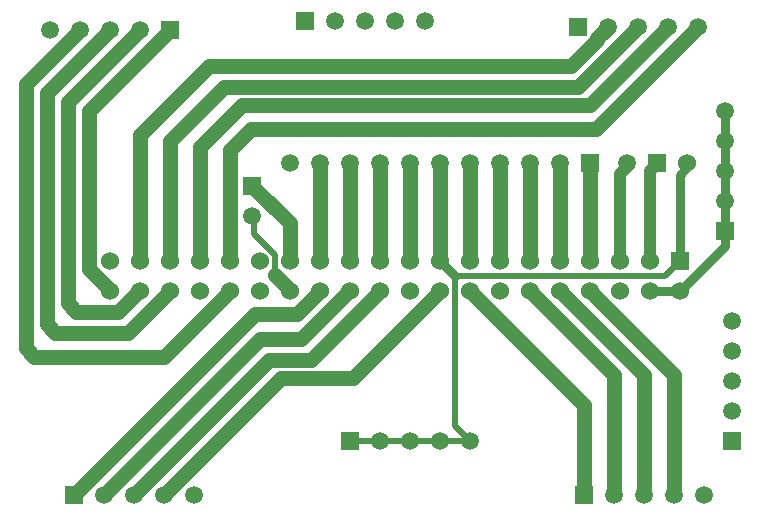
<source format=gtl>
G04*
G04 #@! TF.GenerationSoftware,Altium Limited,Altium Designer,24.3.1 (35)*
G04*
G04 Layer_Physical_Order=1*
G04 Layer_Color=255*
%FSLAX44Y44*%
%MOMM*%
G71*
G04*
G04 #@! TF.SameCoordinates,84ABCF69-F142-4878-B56C-5630D2AD3AC0*
G04*
G04*
G04 #@! TF.FilePolarity,Positive*
G04*
G01*
G75*
%ADD18C,1.2700*%
%ADD19C,0.5080*%
%ADD20C,0.7620*%
%ADD21C,1.0160*%
%ADD22R,1.5000X1.5000*%
%ADD23C,1.5000*%
%ADD24R,1.5000X1.5000*%
%ADD25C,1.5240*%
%ADD26R,1.5240X1.5240*%
D18*
X-563880Y-114300D02*
X-495300Y-45720D01*
X-563880Y-248233D02*
Y-114300D01*
Y-248233D02*
X-546100Y-266013D01*
Y-266700D02*
Y-266013D01*
X-574221Y-284480D02*
X-539167D01*
X-581660Y-277041D02*
X-574221Y-284480D01*
X-581660Y-106680D02*
X-520700Y-45720D01*
X-581660Y-277041D02*
Y-106680D01*
X-599440Y-294820D02*
Y-99060D01*
X-546100Y-45720D01*
X-592001Y-302260D02*
X-530860D01*
X-599440Y-294820D02*
X-592001Y-302260D01*
X-617220Y-315140D02*
Y-91440D01*
Y-315140D02*
X-609781Y-322580D01*
X-500380D01*
X-617220Y-91440D02*
X-571500Y-45720D01*
X-539167Y-284480D02*
X-521387Y-266700D01*
X-520700D01*
X-530860Y-302260D02*
X-495300Y-266700D01*
X-500380Y-322580D02*
X-444500Y-266700D01*
X-576580Y-439420D02*
X-423153Y-285993D01*
X-387593D01*
X-368300Y-266700D01*
X-551180Y-439420D02*
X-419100Y-307340D01*
X-384227D02*
X-343587Y-266700D01*
X-419100Y-307340D02*
X-384227D01*
X-401320Y-340360D02*
X-340360D01*
X-266700Y-266700D01*
X-411480Y-325120D02*
X-375920D01*
X-525780Y-439420D02*
X-411480Y-325120D01*
X-375920D02*
X-317500Y-266700D01*
X-500380Y-439420D02*
X-401320Y-340360D01*
X-343587Y-266700D02*
X-342900D01*
X-68580Y-439420D02*
Y-337820D01*
X-139700Y-266700D02*
X-68580Y-337820D01*
X-165100Y-266700D02*
X-93980Y-337820D01*
Y-439420D02*
Y-337820D01*
X-190500Y-266700D02*
X-119380Y-337820D01*
Y-439420D02*
Y-337820D01*
X-241300Y-266700D02*
X-144780Y-363220D01*
Y-439420D02*
Y-363220D01*
X-426720Y-129540D02*
X-134620D01*
X-48260Y-43180D01*
X-444500Y-147320D02*
X-426720Y-129540D01*
X-155308Y-76200D02*
X-133470Y-54362D01*
X-434340Y-109220D02*
X-139700D01*
X-462280Y-76200D02*
X-155308D01*
X-139700Y-109220D02*
X-73660Y-43180D01*
X-449580Y-93980D02*
X-149860D01*
X-99060Y-43180D01*
X-444500Y-241300D02*
Y-147320D01*
X-133470Y-52812D02*
X-124460Y-43802D01*
X-133470Y-54362D02*
Y-52812D01*
X-469900Y-144780D02*
X-434340Y-109220D01*
X-495300Y-139700D02*
X-449580Y-93980D01*
X-469900Y-241300D02*
Y-144780D01*
X-495300Y-241300D02*
Y-139700D01*
X-124460Y-43802D02*
Y-43180D01*
X-520700Y-134620D02*
X-462280Y-76200D01*
X-520700Y-241300D02*
Y-134620D01*
X-406400Y-253313D02*
X-393700Y-266013D01*
Y-266700D02*
Y-266013D01*
X-425450Y-177800D02*
X-393700Y-209550D01*
Y-241300D02*
Y-209550D01*
X-368300Y-241300D02*
Y-158750D01*
X-342900Y-241300D02*
Y-158750D01*
X-317500Y-241300D02*
Y-158750D01*
X-266700Y-241300D02*
Y-158750D01*
X-292100Y-241300D02*
Y-158750D01*
X-241300Y-241300D02*
Y-158750D01*
X-215900Y-241300D02*
Y-158750D01*
X-190500Y-241300D02*
Y-158750D01*
X-165100Y-241300D02*
Y-158750D01*
X-139700Y-241300D02*
Y-158750D01*
D19*
X-76200Y-254000D02*
X-63500Y-241300D01*
X-254000Y-254000D02*
X-76200D01*
X-266700Y-393700D02*
X-241300D01*
X-342900D02*
X-317500D01*
X-292100D01*
X-266700D01*
X-254000Y-381000D02*
X-241300Y-393700D01*
X-254000Y-381000D02*
Y-254000D01*
X-424119Y-218320D02*
Y-204531D01*
Y-218320D02*
X-406400Y-236040D01*
Y-253313D02*
Y-236040D01*
X-425450Y-203200D02*
X-424119Y-204531D01*
X-406400Y-253313D02*
X-406400Y-253313D01*
D20*
X-266700Y-241300D02*
X-254000Y-254000D01*
X-25400Y-139700D02*
Y-114300D01*
Y-165100D02*
Y-139700D01*
Y-190500D02*
Y-165100D01*
Y-215900D02*
Y-190500D01*
X-63500Y-266700D02*
X-25400Y-228600D01*
Y-215900D01*
X-88900Y-266700D02*
X-63500D01*
X-57150Y-162187D02*
Y-158750D01*
X-63500Y-241300D02*
Y-168537D01*
X-57150Y-162187D01*
D21*
X-114300Y-167784D02*
X-107950Y-161434D01*
X-114300Y-241300D02*
Y-167784D01*
X-107950Y-161434D02*
Y-158750D01*
X-88900Y-241300D02*
Y-165100D01*
X-82550Y-158750D01*
D22*
X-25400Y-215900D02*
D03*
X-425450Y-177800D02*
D03*
X-19050Y-393700D02*
D03*
D23*
X-25400Y-190500D02*
D03*
Y-165100D02*
D03*
Y-139700D02*
D03*
Y-114300D02*
D03*
X-124460Y-43180D02*
D03*
X-99060D02*
D03*
X-73660D02*
D03*
X-48260D02*
D03*
X-596900Y-45720D02*
D03*
X-571500D02*
D03*
X-546100D02*
D03*
X-520700D02*
D03*
X-551180Y-439420D02*
D03*
X-525780D02*
D03*
X-500380D02*
D03*
X-474980D02*
D03*
X-43180D02*
D03*
X-68580D02*
D03*
X-93980D02*
D03*
X-119380D02*
D03*
X-425450Y-203200D02*
D03*
X-393700Y-158750D02*
D03*
X-368300D02*
D03*
X-342900D02*
D03*
X-317500D02*
D03*
X-292100D02*
D03*
X-266700D02*
D03*
X-241300D02*
D03*
X-215900D02*
D03*
X-190500D02*
D03*
X-165100D02*
D03*
X-279400Y-38100D02*
D03*
X-304800D02*
D03*
X-330200D02*
D03*
X-355600D02*
D03*
X-19050Y-292100D02*
D03*
Y-317500D02*
D03*
Y-342900D02*
D03*
Y-368300D02*
D03*
X-317500Y-393700D02*
D03*
X-292100D02*
D03*
X-266700D02*
D03*
X-241300D02*
D03*
X-107950Y-158750D02*
D03*
D24*
X-149860Y-43180D02*
D03*
X-495300Y-45720D02*
D03*
X-576580Y-439420D02*
D03*
X-144780D02*
D03*
X-139700Y-158750D02*
D03*
X-381000Y-38100D02*
D03*
X-342900Y-393700D02*
D03*
X-82550Y-158750D02*
D03*
D25*
X-57150D02*
D03*
X-546100Y-266700D02*
D03*
X-520700D02*
D03*
X-495300D02*
D03*
X-469900D02*
D03*
X-444500D02*
D03*
X-419100D02*
D03*
X-546100Y-241300D02*
D03*
X-520700D02*
D03*
X-495300D02*
D03*
X-469900D02*
D03*
X-444500D02*
D03*
X-419100D02*
D03*
X-393700Y-266700D02*
D03*
Y-241300D02*
D03*
X-368300Y-266700D02*
D03*
X-342900D02*
D03*
X-317500D02*
D03*
X-292100D02*
D03*
X-266700D02*
D03*
X-241300D02*
D03*
X-368300Y-241300D02*
D03*
X-342900D02*
D03*
X-317500D02*
D03*
X-292100D02*
D03*
X-266700D02*
D03*
X-241300D02*
D03*
X-215900Y-266700D02*
D03*
Y-241300D02*
D03*
X-190500Y-266700D02*
D03*
X-165100D02*
D03*
X-139700D02*
D03*
X-114300D02*
D03*
X-88900D02*
D03*
X-63500D02*
D03*
X-190500Y-241300D02*
D03*
X-165100D02*
D03*
X-139700D02*
D03*
X-114300D02*
D03*
X-88900D02*
D03*
D26*
X-63500D02*
D03*
M02*

</source>
